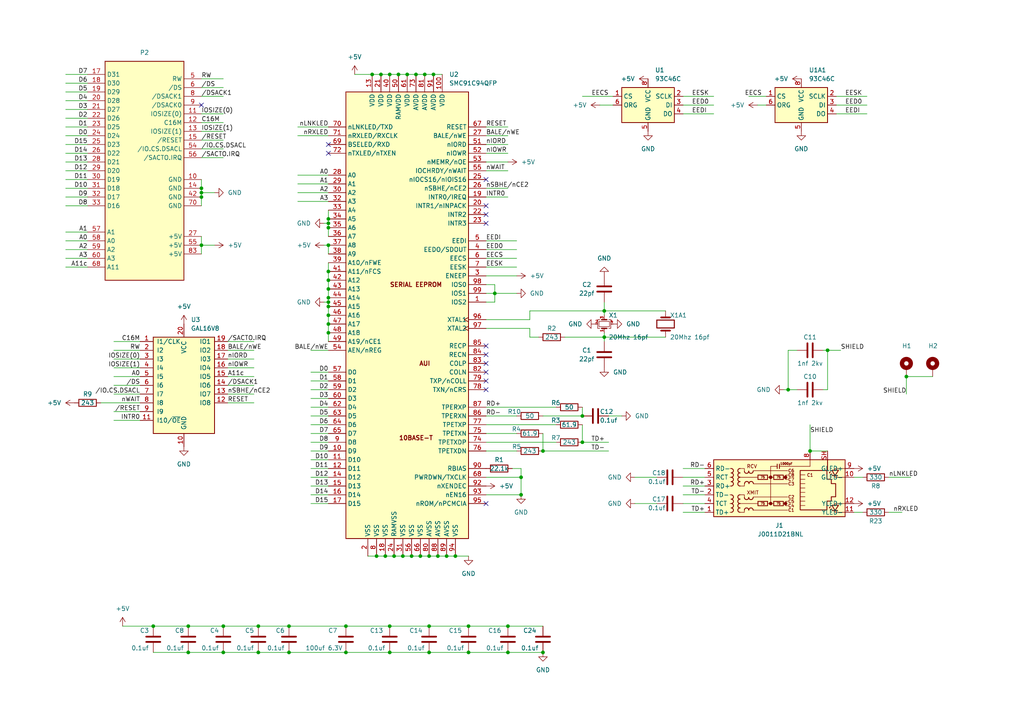
<source format=kicad_sch>
(kicad_sch (version 20231120) (generator "eeschema") (generator_version "8.0")
  (paper "A4")
  (lib_symbols
    (symbol "Device:C" (pin_numbers hide) (pin_names (offset 0.254))
      (property "Reference" "C" (at 0.635 2.54 0))
      (property "Value" "C" (at 0.635 -2.54 0))
      (symbol "C_1_1"
        (pin passive line (at 0 3.81 270) (length 2.794) (name "~") (number "1"))
        (pin passive line (at 0 -3.81 90) (length 2.794) (name "~") (number "2"))
      )
    )
    (symbol "Device:Crystal" (pin_numbers hide) (pin_names (offset 1.016) hide)
      (property "Reference" "Y" (at 0 3.81 0))
      (property "Value" "Crystal" (at 0 -3.81 0))
      (symbol "Crystal_1_1"
        (pin passive line (at -3.81 0 0) (length 1.27) (name "1") (number "1"))
        (pin passive line (at 3.81 0 180) (length 1.27) (name "2") (number "2"))
      )
    )
    (symbol "Device:Crystal_GND24_Small" (pin_names (offset 1.016) hide)
      (property "Reference" "Y" (at 1.27 4.445 0))
      (property "Value" "Crystal_GND24_Small" (at 1.27 2.54 0))
      (symbol "Crystal_GND24_Small_1_1"
        (pin passive line (at -2.54 0 0) (length 1.27) (name "1") (number "1"))
        (pin passive line (at 0 -2.54 90) (length 0.635) (name "2") (number "2"))
        (pin passive line (at 2.54 0 180) (length 1.27) (name "3") (number "3"))
        (pin passive line (at 0 2.54 270) (length 0.635) (name "4") (number "4"))
      )
    )
    (symbol "Device:R" (pin_numbers hide) (pin_names (offset 0))
      (property "Reference" "R" (at 2.032 0 90))
      (property "Value" "R" (at 0 0 90))
      (symbol "R_1_1"
        (pin passive line (at 0 3.81 270) (length 1.27) (name "~") (number "1"))
        (pin passive line (at 0 -3.81 90) (length 1.27) (name "~") (number "2"))
      )
    )
    (symbol "Logic_Programmable:GAL16V8" (pin_names (offset 1.016))
      (property "Reference" "U" (at -8.89 16.51 0))
      (property "Value" "GAL16V8" (at 1.27 16.51 0))
      (symbol "GAL16V8_0_0"
        (pin power_in line (at 0 -17.78 90) (length 3.81) (name "GND") (number "10"))
        (pin power_in line (at 0 17.78 270) (length 3.81) (name "VCC") (number "20"))
      )
      (symbol "GAL16V8_1_1"
        (pin input line (at -12.7 12.7 0) (length 3.81) (name "I1/CLK") (number "1"))
        (pin input line (at -12.7 -10.16 0) (length 3.81) (name "I10/~{OE}") (number "11"))
        (pin tri_state line (at 12.7 -5.08 180) (length 3.81) (name "IO8") (number "12"))
        (pin tri_state line (at 12.7 -2.54 180) (length 3.81) (name "IO7") (number "13"))
        (pin tri_state line (at 12.7 0 180) (length 3.81) (name "IO6") (number "14"))
        (pin tri_state line (at 12.7 2.54 180) (length 3.81) (name "IO5") (number "15"))
        (pin tri_state line (at 12.7 5.08 180) (length 3.81) (name "IO4") (number "16"))
        (pin tri_state line (at 12.7 7.62 180) (length 3.81) (name "I03") (number "17"))
        (pin tri_state line (at 12.7 10.16 180) (length 3.81) (name "IO2") (number "18"))
        (pin tri_state line (at 12.7 12.7 180) (length 3.81) (name "IO1") (number "19"))
        (pin input line (at -12.7 10.16 0) (length 3.81) (name "I2") (number "2"))
        (pin input line (at -12.7 7.62 0) (length 3.81) (name "I3") (number "3"))
        (pin input line (at -12.7 5.08 0) (length 3.81) (name "I4") (number "4"))
        (pin input line (at -12.7 2.54 0) (length 3.81) (name "I5") (number "5"))
        (pin input line (at -12.7 0 0) (length 3.81) (name "I6") (number "6"))
        (pin input line (at -12.7 -2.54 0) (length 3.81) (name "I7") (number "7"))
        (pin input line (at -12.7 -5.08 0) (length 3.81) (name "I8") (number "8"))
        (pin input line (at -12.7 -7.62 0) (length 3.81) (name "I9") (number "9"))
      )
    )
    (symbol "Mechanical:MountingHole_Pad" (pin_numbers hide) (pin_names (offset 1.016) hide)
      (property "Reference" "H" (at 0 6.35 0))
      (property "Value" "MountingHole_Pad" (at 0 4.445 0))
      (symbol "MountingHole_Pad_1_1"
        (pin input line (at 0 -2.54 90) (length 2.54) (name "1") (number "1"))
      )
    )
    (symbol "Memory_EEPROM:93CxxC"
      (property "Reference" "U" (at -7.62 6.35 0))
      (property "Value" "93CxxC" (at 2.54 -6.35 0))
      (symbol "93CxxC_1_1"
        (pin input line (at -10.16 2.54 0) (length 2.54) (name "CS") (number "1"))
        (pin input line (at 10.16 2.54 180) (length 2.54) (name "SCLK") (number "2"))
        (pin input line (at 10.16 0 180) (length 2.54) (name "DI") (number "3"))
        (pin tri_state line (at 10.16 -2.54 180) (length 2.54) (name "DO") (number "4"))
        (pin power_in line (at 0 -7.62 90) (length 2.54) (name "GND") (number "5"))
        (pin input line (at -10.16 0 0) (length 2.54) (name "ORG") (number "6"))
        (pin no_connect line (at -7.62 -2.54 0) (length 2.54) hide (name "NC") (number "7"))
        (pin power_in line (at 0 7.62 270) (length 2.54) (name "VCC") (number "8"))
      )
    )
    (symbol "alxlab:Farallon_EtherMac_LC_Comm_Card_BUS_Apple_Macintosh_Comm_Slot_I"
      (symbol "Farallon_EtherMac_LC_Comm_Card_BUS_Apple_Macintosh_Comm_Slot_I_1_1"
        (pin power_out line (at 16.51 -2.54 180) (length 5.08) (name "GND") (number "10"))
        (pin bidirectional line (at 16.51 16.51 180) (length 5.08) (name "IOSIZE(0)") (number "11"))
        (pin bidirectional line (at 16.51 13.97 180) (length 5.08) (name "C16M") (number "12"))
        (pin bidirectional line (at 16.51 11.43 180) (length 5.08) (name "IOSIZE(1)") (number "13"))
        (pin power_out line (at 16.51 -5.08 180) (length 5.08) (name "GND") (number "14"))
        (pin bidirectional line (at 16.51 8.89 180) (length 5.08) (name "/RESET") (number "15"))
        (pin bidirectional line (at -16.51 27.94 0) (length 5.08) (name "D31") (number "17"))
        (pin bidirectional line (at -16.51 25.4 0) (length 5.08) (name "D30") (number "18"))
        (pin bidirectional line (at -16.51 22.86 0) (length 5.08) (name "D29") (number "19"))
        (pin bidirectional line (at -16.51 20.32 0) (length 5.08) (name "D28") (number "20"))
        (pin bidirectional line (at -16.51 17.78 0) (length 5.08) (name "D27") (number "21"))
        (pin bidirectional line (at -16.51 15.24 0) (length 5.08) (name "D26") (number "22"))
        (pin bidirectional line (at -16.51 12.7 0) (length 5.08) (name "D25") (number "23"))
        (pin bidirectional line (at -16.51 10.16 0) (length 5.08) (name "D24") (number "24"))
        (pin bidirectional line (at -16.51 7.62 0) (length 5.08) (name "D23") (number "25"))
        (pin bidirectional line (at -16.51 5.08 0) (length 5.08) (name "D22") (number "26"))
        (pin power_in line (at 16.51 -19.05 180) (length 5.08) (name "+5V") (number "27"))
        (pin bidirectional line (at -16.51 2.54 0) (length 5.08) (name "D21") (number "28"))
        (pin bidirectional line (at -16.51 0 0) (length 5.08) (name "D20") (number "29"))
        (pin bidirectional line (at -16.51 -2.54 0) (length 5.08) (name "D19") (number "30"))
        (pin bidirectional line (at -16.51 -5.08 0) (length 5.08) (name "D18") (number "31"))
        (pin bidirectional line (at -16.51 -7.62 0) (length 5.08) (name "D17") (number "32"))
        (pin bidirectional line (at -16.51 -10.16 0) (length 5.08) (name "D16") (number "33"))
        (pin power_out line (at 16.51 -7.62 180) (length 5.08) (name "GND") (number "42"))
        (pin bidirectional line (at 16.51 26.67 180) (length 5.08) (name "RW") (number "5"))
        (pin bidirectional line (at 16.51 6.35 180) (length 5.08) (name "/IO.CS.DSACL") (number "54"))
        (pin power_out line (at 16.51 -21.59 180) (length 5.08) (name "+5V") (number "55"))
        (pin bidirectional line (at 16.51 3.81 180) (length 5.08) (name "/SACTO.IRQ") (number "56"))
        (pin bidirectional line (at -16.51 -17.78 0) (length 5.08) (name "A1") (number "57"))
        (pin bidirectional line (at -16.51 -20.32 0) (length 5.08) (name "A0") (number "58"))
        (pin bidirectional line (at -16.51 -22.86 0) (length 5.08) (name "A2") (number "59"))
        (pin bidirectional line (at 16.51 24.13 180) (length 5.08) (name "/DS") (number "6"))
        (pin bidirectional line (at -16.51 -25.4 0) (length 5.08) (name "A3") (number "60"))
        (pin bidirectional line (at -16.51 -27.94 0) (length 5.08) (name "A11") (number "68"))
        (pin power_out line (at 16.51 -10.16 180) (length 5.08) (name "GND") (number "70"))
        (pin bidirectional line (at 16.51 21.59 180) (length 5.08) (name "/DSACK1") (number "8"))
        (pin power_out line (at 16.51 -24.13 180) (length 5.08) (name "+5V") (number "83"))
        (pin bidirectional line (at 16.51 19.05 180) (length 5.08) (name "/DSACK0") (number "9"))
      )
    )
    (symbol "alxlab:RJ45_Pulse_J0011D21xNL"
      (property "Reference" "J" (at 17.145 8.89 0))
      (property "Value" "RJ45_Pulse_J0011D21xNL" (at -20.32 8.89 0))
      (symbol "RJ45_Pulse_J0011D21xNL_0_0"
        (text "C1" (at 3.429 5.715 0) (effects (font (size 0.889 0.889))))
        (text "C1" (at 8.89 -4.445 0) (effects (font (size 0.889 0.889))))
        (text "C2" (at 3.429 1.905 0) (effects (font (size 0.889 0.889))))
        (text "C3" (at 3.429 -1.905 0) (effects (font (size 0.889 0.889))))
        (text "C4" (at 3.429 4.445 0) (effects (font (size 0.889 0.889))))
        (text "C5" (at 3.429 3.175 0) (effects (font (size 0.889 0.889))))
        (text "C6" (at 3.429 -5.715 0) (effects (font (size 0.889 0.889))))
        (text "C7" (at 3.429 -3.175 0) (effects (font (size 0.889 0.889))))
        (text "C8" (at 3.429 -4.445 0) (effects (font (size 0.889 0.889))))
        (text "RCV" (at -9.525 -6.985 0) (effects (font (size 1.016 1.016)) (justify left)))
        (text "XMIT" (at -9.525 0.635 0) (effects (font (size 1.016 1.016)) (justify left)))
      )
      (symbol "RJ45_Pulse_J0011D21xNL_1_0"
        (text "1000pF" (at 2.032 -7.747 0) (effects (font (size 0.635 0.635))))
      )
      (symbol "RJ45_Pulse_J0011D21xNL_1_1"
        (text "75" (at -4.826 -3.81 0) (effects (font (size 0.635 0.635))))
        (text "75" (at -4.826 3.81 0) (effects (font (size 0.635 0.635))))
        (text "75" (at -0.254 -3.81 0) (effects (font (size 0.635 0.635))))
        (text "75" (at -0.254 3.81 0) (effects (font (size 0.635 0.635))))
        (pin passive line (at -21.59 6.35 0) (length 2.54) (name "TD+") (number "1"))
        (pin passive line (at 21.59 -3.81 180) (length 2.54) (name "GLED-") (number "10"))
        (pin passive line (at 21.59 6.35 180) (length 2.54) (name "YLED-") (number "11"))
        (pin passive line (at 21.59 3.81 180) (length 2.54) (name "YLED+") (number "12"))
        (pin passive line (at -21.59 1.27 0) (length 2.54) (name "TD-") (number "2"))
        (pin passive line (at -21.59 -1.27 0) (length 2.54) (name "RD+") (number "3"))
        (pin passive line (at -21.59 3.81 0) (length 2.54) (name "TCT") (number "4"))
        (pin passive line (at -21.59 -3.81 0) (length 2.54) (name "RCT") (number "5"))
        (pin passive line (at -21.59 -6.35 0) (length 2.54) (name "RD-") (number "6"))
        (pin no_connect line (at 19.05 -1.27 0) (length 0) hide (name "NC") (number "7"))
        (pin power_in line (at 8.89 -11.43 90) (length 2.54) (name "") (number "8"))
        (pin passive line (at 21.59 -6.35 180) (length 2.54) (name "GLED+") (number "9"))
        (pin passive line (at 13.97 -11.43 90) (length 2.54) (name "") (number "SH"))
      )
    )
    (symbol "alxlab:SMC91C94QFP"
      (property "Reference" "U" (at -17.78 64.77 0))
      (property "Value" "SMC91C94QFP" (at 12.7 64.77 0))
      (symbol "SMC91C94QFP_0_0"
        (text "10BASE-T" (at 2.54 -36.83 0) (effects (font (size 1.27 1.27) (bold yes))))
        (text "AUI" (at 5.08 -15.24 0) (effects (font (size 1.27 1.27) (bold yes))))
        (text "SERIAL EEPROM" (at 2.54 7.62 0) (effects (font (size 1.27 1.27) (bold yes))))
      )
      (symbol "SMC91C94QFP_1_1"
        (pin input line (at 22.86 2.54 180) (length 5.08) (name "IOS2") (number "1"))
        (pin bidirectional line (at -22.86 -40.64 0) (length 5.08) (name "D9") (number "10"))
        (pin power_in line (at 10.16 68.58 270) (length 5.08) (name "VDD") (number "100"))
        (pin bidirectional line (at -22.86 -43.18 0) (length 5.08) (name "D10") (number "11"))
        (pin bidirectional line (at -22.86 -45.72 0) (length 5.08) (name "D11") (number "12"))
        (pin power_in line (at -10.16 68.58 270) (length 5.08) (name "VDD") (number "13"))
        (pin bidirectional line (at -22.86 -48.26 0) (length 5.08) (name "D12") (number "14"))
        (pin bidirectional line (at -22.86 -50.8 0) (length 5.08) (name "D13") (number "15"))
        (pin bidirectional line (at -22.86 -53.34 0) (length 5.08) (name "D14") (number "16"))
        (pin bidirectional line (at -22.86 -55.88 0) (length 5.08) (name "D15") (number "17"))
        (pin power_in line (at -6.35 -71.12 90) (length 5.08) (name "VSS") (number "18"))
        (pin output line (at 22.86 33.02 180) (length 5.08) (name "INTR0/IREQ") (number "19"))
        (pin power_in line (at -11.43 -71.12 90) (length 5.08) (name "VSS") (number "2"))
        (pin output line (at 22.86 30.48 180) (length 5.08) (name "INTR1/nINPACK") (number "20"))
        (pin power_in line (at -7.62 68.58 270) (length 5.08) (name "VDD") (number "21"))
        (pin output line (at 22.86 27.94 180) (length 5.08) (name "INTR2") (number "22"))
        (pin output line (at 22.86 25.4 180) (length 5.08) (name "INTR3") (number "23"))
        (pin power_in line (at -3.81 -71.12 90) (length 5.08) (name "RAMVSS") (number "24"))
        (pin output line (at 22.86 38.1 180) (length 5.08) (name "nIOCS16/nIOIS16") (number "25"))
        (pin input line (at 22.86 35.56 180) (length 5.08) (name "nSBHE/nCE2") (number "26"))
        (pin input line (at 22.86 50.8 180) (length 5.08) (name "BALE/nWE") (number "27"))
        (pin input line (at -22.86 39.37 0) (length 5.08) (name "A0") (number "28"))
        (pin input line (at -22.86 36.83 0) (length 5.08) (name "A1") (number "29"))
        (pin input line (at 22.86 10.16 180) (length 5.08) (name "ENEEP") (number "3"))
        (pin input line (at -22.86 34.29 0) (length 5.08) (name "A2") (number "30"))
        (pin power_in line (at -1.27 -71.12 90) (length 5.08) (name "VSS") (number "31"))
        (pin input line (at -22.86 31.75 0) (length 5.08) (name "A3") (number "32"))
        (pin input line (at -22.86 29.21 0) (length 5.08) (name "A4") (number "33"))
        (pin input line (at -22.86 26.67 0) (length 5.08) (name "A5") (number "34"))
        (pin input line (at -22.86 24.13 0) (length 5.08) (name "A6") (number "35"))
        (pin input line (at -22.86 21.59 0) (length 5.08) (name "A7") (number "36"))
        (pin input line (at -22.86 19.05 0) (length 5.08) (name "A8") (number "37"))
        (pin input line (at -22.86 16.51 0) (length 5.08) (name "A9") (number "38"))
        (pin bidirectional line (at -22.86 13.97 0) (length 5.08) (name "A10/nFWE") (number "39"))
        (pin output line (at 22.86 17.78 180) (length 5.08) (name "EEDO/SDOUT") (number "4"))
        (pin power_in line (at -5.08 68.58 270) (length 5.08) (name "VDD") (number "40"))
        (pin bidirectional line (at -22.86 11.43 0) (length 5.08) (name "A11/nFCS") (number "41"))
        (pin input line (at -22.86 8.89 0) (length 5.08) (name "A12") (number "42"))
        (pin input line (at -22.86 6.35 0) (length 5.08) (name "A13") (number "43"))
        (pin input line (at -22.86 3.81 0) (length 5.08) (name "A14") (number "44"))
        (pin input line (at -22.86 1.27 0) (length 5.08) (name "A15") (number "45"))
        (pin input line (at -22.86 -1.27 0) (length 5.08) (name "A16") (number "46"))
        (pin input line (at -22.86 -3.81 0) (length 5.08) (name "A17") (number "47"))
        (pin input line (at -22.86 -6.35 0) (length 5.08) (name "A18") (number "48"))
        (pin input line (at -22.86 -8.89 0) (length 5.08) (name "A19/nCE1") (number "49"))
        (pin input line (at 22.86 20.32 180) (length 5.08) (name "EEDI") (number "5"))
        (pin power_in line (at -2.54 68.58 270) (length 5.08) (name "RAMVDD") (number "50"))
        (pin input line (at 22.86 48.26 180) (length 5.08) (name "nIORD") (number "51"))
        (pin input line (at 22.86 45.72 180) (length 5.08) (name "nIOWR") (number "52"))
        (pin input line (at 22.86 43.18 180) (length 5.08) (name "nMEMR/nOE") (number "53"))
        (pin input line (at -22.86 -11.43 0) (length 5.08) (name "AEN/nREG") (number "54"))
        (pin output line (at 22.86 40.64 180) (length 5.08) (name "IOCHRDY/nWAIT") (number "55"))
        (pin power_in line (at 1.27 -71.12 90) (length 5.08) (name "VSS") (number "56"))
        (pin bidirectional line (at -22.86 -17.78 0) (length 5.08) (name "D0") (number "57"))
        (pin bidirectional line (at -22.86 -20.32 0) (length 5.08) (name "D1") (number "58"))
        (pin bidirectional line (at -22.86 -22.86 0) (length 5.08) (name "D2") (number "59"))
        (pin output line (at 22.86 15.24 180) (length 5.08) (name "EECS") (number "6"))
        (pin bidirectional line (at -22.86 -25.4 0) (length 5.08) (name "D3") (number "60"))
        (pin power_in line (at 0 68.58 270) (length 5.08) (name "VDD") (number "61"))
        (pin bidirectional line (at -22.86 -27.94 0) (length 5.08) (name "D4") (number "62"))
        (pin bidirectional line (at -22.86 -30.48 0) (length 5.08) (name "D5") (number "63"))
        (pin bidirectional line (at -22.86 -33.02 0) (length 5.08) (name "D6") (number "64"))
        (pin bidirectional line (at -22.86 -35.56 0) (length 5.08) (name "D7") (number "65"))
        (pin power_in line (at 3.81 -71.12 90) (length 5.08) (name "VSS") (number "66"))
        (pin input line (at 22.86 53.34 180) (length 5.08) (name "RESET") (number "67"))
        (pin input line (at 22.86 -48.26 180) (length 5.08) (name "PWRDWN/TXCLK") (number "68"))
        (pin bidirectional line (at -22.86 48.26 0) (length 5.08) (name "BSELED/RXD") (number "69"))
        (pin output line (at 22.86 12.7 180) (length 5.08) (name "EESK") (number "7"))
        (pin output line (at -22.86 53.34 0) (length 5.08) (name "nLNKLED/TXD") (number "70"))
        (pin bidirectional line (at -22.86 50.8 0) (length 5.08) (name "nRXLED/RXCLK") (number "71"))
        (pin output line (at -22.86 45.72 0) (length 5.08) (name "nTXLED/nTXEN") (number "72"))
        (pin power_in line (at 2.54 68.58 270) (length 5.08) (name "AVDD") (number "73"))
        (pin output line (at 22.86 -38.1 180) (length 5.08) (name "TPETXDP") (number "74"))
        (pin output line (at 22.86 -35.56 180) (length 5.08) (name "TPETXN") (number "75"))
        (pin output line (at 22.86 -40.64 180) (length 5.08) (name "TPETXDN") (number "76"))
        (pin output line (at 22.86 -33.02 180) (length 5.08) (name "TPETXP") (number "77"))
        (pin bidirectional line (at 22.86 -22.86 180) (length 5.08) (name "TXN/nCRS") (number "78"))
        (pin bidirectional line (at 22.86 -20.32 180) (length 5.08) (name "TXP/nCOLL") (number "79"))
        (pin power_in line (at -8.89 -71.12 90) (length 5.08) (name "VSS") (number "8"))
        (pin power_in line (at 6.35 -71.12 90) (length 5.08) (name "AVSS") (number "80"))
        (pin power_in line (at 5.08 68.58 270) (length 5.08) (name "AVDD") (number "81"))
        (pin input line (at 22.86 -17.78 180) (length 5.08) (name "COLN") (number "82"))
        (pin input line (at 22.86 -15.24 180) (length 5.08) (name "COLP") (number "83"))
        (pin input line (at 22.86 -12.7 180) (length 5.08) (name "RECN") (number "84"))
        (pin input line (at 22.86 -10.16 180) (length 5.08) (name "RECP") (number "85"))
        (pin input line (at 22.86 -30.48 180) (length 5.08) (name "TPERXN") (number "86"))
        (pin input line (at 22.86 -27.94 180) (length 5.08) (name "TPERXP") (number "87"))
        (pin bidirectional line (at 8.89 -71.12 90) (length 5.08) (name "AVSS") (number "88"))
        (pin power_in line (at 11.43 -71.12 90) (length 5.08) (name "AVSS") (number "89"))
        (pin bidirectional line (at -22.86 -38.1 0) (length 5.08) (name "D8") (number "9"))
        (pin power_in line (at 22.86 -45.72 180) (length 5.08) (name "RBIAS") (number "90"))
        (pin power_in line (at 7.62 68.58 270) (length 5.08) (name "AVDD") (number "91"))
        (pin input line (at 22.86 -50.8 180) (length 5.08) (name "nXENDEC") (number "92"))
        (pin input line (at 22.86 -53.34 180) (length 5.08) (name "nEN16") (number "93"))
        (pin power_in line (at 13.97 -71.12 90) (length 5.08) (name "VSS") (number "94"))
        (pin bidirectional line (at 22.86 -55.88 180) (length 5.08) (name "nROM/nPCMCIA") (number "95"))
        (pin input clock (at 22.86 -2.54 180) (length 5.08) (name "XTAL1") (number "96"))
        (pin input clock (at 22.86 -5.08 180) (length 5.08) (name "XTAL2") (number "97"))
        (pin input line (at 22.86 7.62 180) (length 5.08) (name "IOS0") (number "98"))
        (pin input line (at 22.86 5.08 180) (length 5.08) (name "IOS1") (number "99"))
      )
    )
    (symbol "power:+5V" (power) (pin_names (offset 0))
      (property "Value" "+5V" (at 0 3.556 0))
      (symbol "+5V_1_1"
        (pin power_in line (at 0 0 90) (length 0) hide (name "+5V") (number "1"))
      )
    )
    (symbol "power:GND" (power) (pin_names (offset 0))
      (property "Value" "GND" (at 0 -3.81 0))
      (symbol "GND_1_1"
        (pin power_in line (at 0 0 270) (length 0) hide (name "GND") (number "1"))
      )
    )
  )
  (junction (at 132.08 161.29))
  (junction (at 95.25 71.12))
  (junction (at 157.48 130.81))
  (junction (at 95.25 78.74))
  (junction (at 129.54 161.29))
  (junction (at 135.89 181.61))
  (junction (at 95.25 66.04))
  (junction (at 95.25 86.36))
  (junction (at 111.76 161.29))
  (junction (at 107.95 21.59))
  (junction (at 44.45 181.61))
  (junction (at 54.61 189.23))
  (junction (at 127 161.29))
  (junction (at 124.46 189.23))
  (junction (at 115.57 21.59))
  (junction (at 262.89 109.22))
  (junction (at 147.32 181.61))
  (junction (at 135.89 189.23))
  (junction (at 234.95 130.81))
  (junction (at 116.84 161.29))
  (junction (at 175.26 97.79))
  (junction (at 83.82 181.61))
  (junction (at 95.25 64.77))
  (junction (at 168.91 120.65))
  (junction (at 118.11 21.59))
  (junction (at 109.22 161.29))
  (junction (at 58.42 55.88))
  (junction (at 175.26 90.17))
  (junction (at 114.3 161.29))
  (junction (at 95.25 96.52))
  (junction (at 95.25 87.63))
  (junction (at 58.42 57.15))
  (junction (at 110.49 21.59))
  (junction (at 100.33 181.61))
  (junction (at 58.42 54.61))
  (junction (at 64.77 189.23))
  (junction (at 151.13 138.43))
  (junction (at 124.46 181.61))
  (junction (at 95.25 91.44))
  (junction (at 125.73 21.59))
  (junction (at 120.65 21.59))
  (junction (at 95.25 83.82))
  (junction (at 95.25 81.28))
  (junction (at 228.6 113.03))
  (junction (at 143.51 85.09))
  (junction (at 95.25 93.98))
  (junction (at 64.77 181.61))
  (junction (at 113.03 21.59))
  (junction (at 83.82 189.23))
  (junction (at 100.33 189.23))
  (junction (at 95.25 63.5))
  (junction (at 74.93 189.23))
  (junction (at 240.03 101.6))
  (junction (at 95.25 88.9))
  (junction (at 157.48 189.23))
  (junction (at 54.61 181.61))
  (junction (at 74.93 181.61))
  (junction (at 119.38 161.29))
  (junction (at 123.19 21.59))
  (junction (at 124.46 161.29))
  (junction (at 151.13 143.51))
  (junction (at 113.03 181.61))
  (junction (at 113.03 189.23))
  (junction (at 121.92 161.29))
  (junction (at 58.42 71.12))
  (junction (at 147.32 189.23))
  (junction (at 168.91 128.27))
  (no_connect (at 95.25 44.45))
  (no_connect (at 140.97 100.33))
  (no_connect (at 140.97 110.49))
  (no_connect (at 140.97 102.87))
  (no_connect (at 140.97 59.69))
  (no_connect (at 140.97 113.03))
  (no_connect (at 140.97 105.41))
  (no_connect (at 58.42 30.48))
  (no_connect (at 95.25 41.91))
  (no_connect (at 140.97 64.77))
  (no_connect (at 140.97 107.95))
  (no_connect (at 140.97 146.05))
  (no_connect (at 140.97 62.23))
  (no_connect (at 140.97 52.07))
  (wire (pts (xy 115.57 21.59) (xy 118.11 21.59)))
  (wire (pts (xy 143.51 85.09) (xy 140.97 85.09)))
  (wire (pts (xy 156.21 97.79) (xy 153.67 97.79)))
  (wire (pts (xy 19.05 36.83) (xy 25.4 36.83)))
  (wire (pts (xy 153.67 97.79) (xy 153.67 95.25)))
  (wire (pts (xy 40.64 116.84) (xy 29.21 116.84)))
  (wire (pts (xy 86.36 55.88) (xy 95.25 55.88)))
  (wire (pts (xy 95.25 87.63) (xy 95.25 88.9)))
  (wire (pts (xy 100.33 181.61) (xy 113.03 181.61)))
  (wire (pts (xy 198.12 33.02) (xy 207.01 33.02)))
  (wire (pts (xy 153.67 92.71) (xy 140.97 92.71)))
  (wire (pts (xy 198.12 30.48) (xy 207.01 30.48)))
  (wire (pts (xy 95.25 66.04) (xy 95.25 68.58)))
  (wire (pts (xy 44.45 181.61) (xy 54.61 181.61)))
  (wire (pts (xy 95.25 86.36) (xy 95.25 87.63)))
  (wire (pts (xy 140.97 87.63) (xy 143.51 87.63)))
  (wire (pts (xy 86.36 53.34) (xy 95.25 53.34)))
  (wire (pts (xy 90.17 133.35) (xy 95.25 133.35)))
  (wire (pts (xy 124.46 161.29) (xy 127 161.29)))
  (wire (pts (xy 58.42 55.88) (xy 62.23 55.88)))
  (wire (pts (xy 95.25 73.66) (xy 95.25 71.12)))
  (wire (pts (xy 198.12 143.51) (xy 204.47 143.51)))
  (wire (pts (xy 19.05 69.85) (xy 25.4 69.85)))
  (wire (pts (xy 157.48 125.73) (xy 157.48 130.81)))
  (wire (pts (xy 35.56 181.61) (xy 44.45 181.61)))
  (wire (pts (xy 228.6 113.03) (xy 228.6 101.6)))
  (wire (pts (xy 90.17 138.43) (xy 95.25 138.43)))
  (wire (pts (xy 58.42 33.02) (xy 64.77 33.02)))
  (wire (pts (xy 95.25 88.9) (xy 95.25 91.44)))
  (wire (pts (xy 33.02 101.6) (xy 40.64 101.6)))
  (wire (pts (xy 66.04 114.3) (xy 73.66 114.3)))
  (wire (pts (xy 153.67 95.25) (xy 140.97 95.25)))
  (wire (pts (xy 113.03 181.61) (xy 124.46 181.61)))
  (wire (pts (xy 114.3 161.29) (xy 116.84 161.29)))
  (wire (pts (xy 66.04 106.68) (xy 73.66 106.68)))
  (wire (pts (xy 66.04 109.22) (xy 73.66 109.22)))
  (wire (pts (xy 58.42 71.12) (xy 62.23 71.12)))
  (wire (pts (xy 140.97 123.19) (xy 161.29 123.19)))
  (wire (pts (xy 113.03 21.59) (xy 115.57 21.59)))
  (wire (pts (xy 86.36 39.37) (xy 95.25 39.37)))
  (wire (pts (xy 64.77 27.94) (xy 58.42 27.94)))
  (wire (pts (xy 240.03 101.6) (xy 238.76 101.6)))
  (wire (pts (xy 111.76 161.29) (xy 114.3 161.29)))
  (wire (pts (xy 33.02 106.68) (xy 40.64 106.68)))
  (wire (pts (xy 132.08 161.29) (xy 135.89 161.29)))
  (wire (pts (xy 140.97 82.55) (xy 143.51 82.55)))
  (wire (pts (xy 175.26 97.79) (xy 193.04 97.79)))
  (wire (pts (xy 140.97 77.47) (xy 149.86 77.47)))
  (wire (pts (xy 140.97 80.01) (xy 149.86 80.01)))
  (wire (pts (xy 140.97 36.83) (xy 147.32 36.83)))
  (wire (pts (xy 58.42 54.61) (xy 58.42 55.88)))
  (wire (pts (xy 19.05 67.31) (xy 25.4 67.31)))
  (wire (pts (xy 58.42 22.86) (xy 64.77 22.86)))
  (wire (pts (xy 163.83 97.79) (xy 175.26 97.79)))
  (wire (pts (xy 228.6 113.03) (xy 231.14 113.03)))
  (wire (pts (xy 86.36 36.83) (xy 95.25 36.83)))
  (wire (pts (xy 257.81 138.43) (xy 264.16 138.43)))
  (wire (pts (xy 168.91 120.65) (xy 168.91 118.11)))
  (wire (pts (xy 33.02 119.38) (xy 40.64 119.38)))
  (wire (pts (xy 58.42 57.15) (xy 58.42 59.69)))
  (wire (pts (xy 140.97 72.39) (xy 149.86 72.39)))
  (wire (pts (xy 140.97 143.51) (xy 151.13 143.51)))
  (wire (pts (xy 107.95 21.59) (xy 110.49 21.59)))
  (wire (pts (xy 124.46 181.61) (xy 135.89 181.61)))
  (wire (pts (xy 44.45 189.23) (xy 54.61 189.23)))
  (wire (pts (xy 19.05 39.37) (xy 25.4 39.37)))
  (wire (pts (xy 147.32 189.23) (xy 157.48 189.23)))
  (wire (pts (xy 33.02 111.76) (xy 40.64 111.76)))
  (wire (pts (xy 106.68 161.29) (xy 109.22 161.29)))
  (wire (pts (xy 58.42 52.07) (xy 58.42 54.61)))
  (wire (pts (xy 173.99 30.48) (xy 177.8 30.48)))
  (wire (pts (xy 90.17 146.05) (xy 95.25 146.05)))
  (wire (pts (xy 143.51 87.63) (xy 143.51 85.09)))
  (wire (pts (xy 240.03 113.03) (xy 238.76 113.03)))
  (wire (pts (xy 190.5 138.43) (xy 184.15 138.43)))
  (wire (pts (xy 33.02 99.06) (xy 40.64 99.06)))
  (wire (pts (xy 240.03 101.6) (xy 243.84 101.6)))
  (wire (pts (xy 19.05 21.59) (xy 25.4 21.59)))
  (wire (pts (xy 58.42 45.72) (xy 64.77 45.72)))
  (wire (pts (xy 19.05 74.93) (xy 25.4 74.93)))
  (wire (pts (xy 140.97 138.43) (xy 151.13 138.43)))
  (wire (pts (xy 175.26 96.52) (xy 175.26 97.79)))
  (wire (pts (xy 90.17 130.81) (xy 95.25 130.81)))
  (wire (pts (xy 90.17 115.57) (xy 95.25 115.57)))
  (wire (pts (xy 90.17 101.6) (xy 95.25 101.6)))
  (wire (pts (xy 33.02 104.14) (xy 40.64 104.14)))
  (wire (pts (xy 219.71 30.48) (xy 222.25 30.48)))
  (wire (pts (xy 66.04 101.6) (xy 73.66 101.6)))
  (wire (pts (xy 140.97 54.61) (xy 147.32 54.61)))
  (wire (pts (xy 90.17 120.65) (xy 95.25 120.65)))
  (wire (pts (xy 140.97 39.37) (xy 147.32 39.37)))
  (wire (pts (xy 140.97 57.15) (xy 147.32 57.15)))
  (wire (pts (xy 140.97 118.11) (xy 161.29 118.11)))
  (wire (pts (xy 95.25 63.5) (xy 95.25 64.77)))
  (wire (pts (xy 58.42 25.4) (xy 64.77 25.4)))
  (wire (pts (xy 102.87 21.59) (xy 107.95 21.59)))
  (wire (pts (xy 95.25 76.2) (xy 95.25 78.74)))
  (wire (pts (xy 135.89 189.23) (xy 147.32 189.23)))
  (wire (pts (xy 262.89 109.22) (xy 262.89 114.3)))
  (wire (pts (xy 262.89 109.22) (xy 270.51 109.22)))
  (wire (pts (xy 118.11 21.59) (xy 120.65 21.59)))
  (wire (pts (xy 157.48 120.65) (xy 168.91 120.65)))
  (wire (pts (xy 95.25 83.82) (xy 95.25 86.36)))
  (wire (pts (xy 261.62 148.59) (xy 257.81 148.59)))
  (wire (pts (xy 240.03 113.03) (xy 240.03 101.6)))
  (wire (pts (xy 140.97 69.85) (xy 149.86 69.85)))
  (wire (pts (xy 140.97 128.27) (xy 161.29 128.27)))
  (wire (pts (xy 242.57 27.94) (xy 251.46 27.94)))
  (wire (pts (xy 168.91 27.94) (xy 177.8 27.94)))
  (wire (pts (xy 33.02 114.3) (xy 40.64 114.3)))
  (wire (pts (xy 33.02 109.22) (xy 40.64 109.22)))
  (wire (pts (xy 58.42 38.1) (xy 64.77 38.1)))
  (wire (pts (xy 19.05 57.15) (xy 25.4 57.15)))
  (wire (pts (xy 227.33 113.03) (xy 228.6 113.03)))
  (wire (pts (xy 54.61 189.23) (xy 64.77 189.23)))
  (wire (pts (xy 74.93 189.23) (xy 83.82 189.23)))
  (wire (pts (xy 140.97 49.53) (xy 147.32 49.53)))
  (wire (pts (xy 124.46 189.23) (xy 135.89 189.23)))
  (wire (pts (xy 135.89 181.61) (xy 147.32 181.61)))
  (wire (pts (xy 90.17 107.95) (xy 95.25 107.95)))
  (wire (pts (xy 198.12 27.94) (xy 207.01 27.94)))
  (wire (pts (xy 120.65 21.59) (xy 123.19 21.59)))
  (wire (pts (xy 190.5 146.05) (xy 184.15 146.05)))
  (wire (pts (xy 19.05 31.75) (xy 25.4 31.75)))
  (wire (pts (xy 90.17 123.19) (xy 95.25 123.19)))
  (wire (pts (xy 19.05 26.67) (xy 25.4 26.67)))
  (wire (pts (xy 157.48 130.81) (xy 176.53 130.81)))
  (wire (pts (xy 198.12 146.05) (xy 204.47 146.05)))
  (wire (pts (xy 95.25 81.28) (xy 95.25 83.82)))
  (wire (pts (xy 86.36 58.42) (xy 95.25 58.42)))
  (wire (pts (xy 127 161.29) (xy 129.54 161.29)))
  (wire (pts (xy 175.26 87.63) (xy 175.26 90.17)))
  (wire (pts (xy 19.05 72.39) (xy 25.4 72.39)))
  (wire (pts (xy 153.67 92.71) (xy 153.67 90.17)))
  (wire (pts (xy 64.77 189.23) (xy 74.93 189.23)))
  (wire (pts (xy 19.05 54.61) (xy 25.4 54.61)))
  (wire (pts (xy 153.67 90.17) (xy 175.26 90.17)))
  (wire (pts (xy 58.42 71.12) (xy 58.42 73.66)))
  (wire (pts (xy 95.25 96.52) (xy 95.25 99.06)))
  (wire (pts (xy 250.19 148.59) (xy 247.65 148.59)))
  (wire (pts (xy 19.05 59.69) (xy 25.4 59.69)))
  (wire (pts (xy 123.19 21.59) (xy 125.73 21.59)))
  (wire (pts (xy 121.92 161.29) (xy 124.46 161.29)))
  (wire (pts (xy 90.17 135.89) (xy 95.25 135.89)))
  (wire (pts (xy 168.91 123.19) (xy 168.91 128.27)))
  (wire (pts (xy 175.26 90.17) (xy 193.04 90.17)))
  (wire (pts (xy 110.49 21.59) (xy 113.03 21.59)))
  (wire (pts (xy 140.97 74.93) (xy 149.86 74.93)))
  (wire (pts (xy 100.33 189.23) (xy 113.03 189.23)))
  (wire (pts (xy 143.51 82.55) (xy 143.51 85.09)))
  (wire (pts (xy 234.95 123.19) (xy 234.95 130.81)))
  (wire (pts (xy 19.05 44.45) (xy 25.4 44.45)))
  (wire (pts (xy 95.25 64.77) (xy 95.25 66.04)))
  (wire (pts (xy 168.91 128.27) (xy 176.53 128.27)))
  (wire (pts (xy 19.05 46.99) (xy 25.4 46.99)))
  (wire (pts (xy 58.42 68.58) (xy 58.42 71.12)))
  (wire (pts (xy 19.05 29.21) (xy 25.4 29.21)))
  (wire (pts (xy 19.05 24.13) (xy 25.4 24.13)))
  (wire (pts (xy 242.57 33.02) (xy 251.46 33.02)))
  (wire (pts (xy 19.05 49.53) (xy 25.4 49.53)))
  (wire (pts (xy 93.98 87.63) (xy 95.25 87.63)))
  (wire (pts (xy 83.82 189.23) (xy 100.33 189.23)))
  (wire (pts (xy 119.38 161.29) (xy 121.92 161.29)))
  (wire (pts (xy 247.65 138.43) (xy 250.19 138.43)))
  (wire (pts (xy 19.05 34.29) (xy 25.4 34.29)))
  (wire (pts (xy 151.13 135.89) (xy 148.59 135.89)))
  (wire (pts (xy 217.17 27.94) (xy 222.25 27.94)))
  (wire (pts (xy 95.25 78.74) (xy 95.25 81.28)))
  (wire (pts (xy 90.17 110.49) (xy 95.25 110.49)))
  (wire (pts (xy 175.26 90.17) (xy 175.26 91.44)))
  (wire (pts (xy 95.25 91.44) (xy 95.25 93.98)))
  (wire (pts (xy 140.97 44.45) (xy 147.32 44.45)))
  (wire (pts (xy 198.12 135.89) (xy 204.47 135.89)))
  (wire (pts (xy 151.13 135.89) (xy 151.13 138.43)))
  (wire (pts (xy 198.12 148.59) (xy 204.47 148.59)))
  (wire (pts (xy 140.97 125.73) (xy 149.86 125.73)))
  (wire (pts (xy 140.97 130.81) (xy 149.86 130.81)))
  (wire (pts (xy 58.42 43.18) (xy 64.77 43.18)))
  (wire (pts (xy 116.84 161.29) (xy 119.38 161.29)))
  (wire (pts (xy 143.51 85.09) (xy 149.86 85.09)))
  (wire (pts (xy 58.42 40.64) (xy 64.77 40.64)))
  (wire (pts (xy 74.93 181.61) (xy 83.82 181.61)))
  (wire (pts (xy 95.25 93.98) (xy 95.25 96.52)))
  (wire (pts (xy 66.04 116.84) (xy 73.66 116.84)))
  (wire (pts (xy 147.32 46.99) (xy 140.97 46.99)))
  (wire (pts (xy 240.03 130.81) (xy 234.95 130.81)))
  (wire (pts (xy 90.17 125.73) (xy 95.25 125.73)))
  (wire (pts (xy 151.13 138.43) (xy 151.13 143.51)))
  (wire (pts (xy 198.12 140.97) (xy 204.47 140.97)))
  (wire (pts (xy 175.26 97.79) (xy 175.26 99.06)))
  (wire (pts (xy 66.04 111.76) (xy 73.66 111.76)))
  (wire (pts (xy 125.73 21.59) (xy 128.27 21.59)))
  (wire (pts (xy 176.53 120.65) (xy 180.34 120.65)))
  (wire (pts (xy 86.36 50.8) (xy 95.25 50.8)))
  (wire (pts (xy 129.54 161.29) (xy 132.08 161.29)))
  (wire (pts (xy 147.32 181.61) (xy 157.48 181.61)))
  (wire (pts (xy 66.04 99.06) (xy 73.66 99.06)))
  (wire (pts (xy 19.05 77.47) (xy 25.4 77.47)))
  (wire (pts (xy 90.17 113.03) (xy 95.25 113.03)))
  (wire (pts (xy 64.77 181.61) (xy 74.93 181.61)))
  (wire (pts (xy 228.6 101.6) (xy 231.14 101.6)))
  (wire (pts (xy 33.02 121.92) (xy 40.64 121.92)))
  (wire (pts (xy 54.61 181.61) (xy 64.77 181.61)))
  (wire (pts (xy 140.97 120.65) (xy 149.86 120.65)))
  (wire (pts (xy 90.17 118.11) (xy 95.25 118.11)))
  (wire (pts (xy 140.97 41.91) (xy 147.32 41.91)))
  (wire (pts (xy 58.42 55.88) (xy 58.42 57.15)))
  (wire (pts (xy 93.98 71.12) (xy 95.25 71.12)))
  (wire (pts (xy 90.17 140.97) (xy 95.25 140.97)))
  (wire (pts (xy 19.05 52.07) (xy 25.4 52.07)))
  (wire (pts (xy 66.04 104.14) (xy 73.66 104.14)))
  (wire (pts (xy 113.03 189.23) (xy 124.46 189.23)))
  (wire (pts (xy 19.05 41.91) (xy 25.4 41.91)))
  (wire (pts (xy 95.25 60.96) (xy 95.25 63.5)))
  (wire (pts (xy 109.22 161.29) (xy 111.76 161.29)))
  (wire (pts (xy 242.57 30.48) (xy 251.46 30.48)))
  (wire (pts (xy 83.82 181.61) (xy 100.33 181.61)))
  (wire (pts (xy 90.17 128.27) (xy 95.25 128.27)))
  (wire (pts (xy 93.98 64.77) (xy 95.25 64.77)))
  (wire (pts (xy 90.17 143.51) (xy 95.25 143.51)))
  (wire (pts (xy 198.12 138.43) (xy 204.47 138.43)))
  (wire (pts (xy 58.42 35.56) (xy 64.77 35.56)))
  (label "EESK" (at 140.97 77.47 0))
  (label "A11c" (at 66.04 109.22 0))
  (label "D10" (at 95.25 133.35 180))
  (label "D14" (at 95.25 143.51 180))
  (label "TD-" (at 171.45 130.81 0))
  (label "EED0" (at 200.66 30.48 0))
  (label "EECS" (at 140.97 74.93 0))
  (label "nWAIT" (at 140.97 49.53 0))
  (label "SHIELD" (at 243.84 101.6 0))
  (label "INTR0" (at 140.97 57.15 0))
  (label "D5" (at 95.25 120.65 180))
  (label "EEDI" (at 245.11 33.02 0))
  (label "RW" (at 40.64 101.6 180))
  (label "SHIELD" (at 262.89 114.3 180))
  (label "A1" (at 95.25 53.34 180))
  (label "EEDI" (at 140.97 69.85 0))
  (label "EESK" (at 200.66 27.94 0))
  (label "{slash}IO.CS.DSACL" (at 40.64 114.3 180))
  (label "nSBHE{slash}nCE2" (at 140.97 54.61 0))
  (label "D2" (at 95.25 113.03 180))
  (label "D7" (at 95.25 125.73 180))
  (label "BALE{slash}nWE" (at 66.04 101.6 0))
  (label "nLNKLED" (at 257.81 138.43 0))
  (label "RD-" (at 140.97 120.65 0))
  (label "SHIELD" (at 234.95 125.73 0))
  (label "D12" (at 95.25 138.43 180))
  (label "A11c" (at 25.4 77.47 180))
  (label "D0" (at 25.4 39.37 180))
  (label "IOSIZE(0)" (at 58.42 33.02 0))
  (label "D3" (at 25.4 31.75 180))
  (label "{slash}RESET" (at 58.42 40.64 0))
  (label "{slash}SACTO.IRQ" (at 58.42 45.72 0))
  (label "EED0" (at 245.11 30.48 0))
  (label "RD+" (at 204.47 140.97 180))
  (label "EEDI" (at 200.66 33.02 0))
  (label "BALE{slash}nWE" (at 140.97 39.37 0))
  (label "RESET" (at 66.04 116.84 0))
  (label "INTR0" (at 40.64 121.92 180))
  (label "IOSIZE(1)" (at 58.42 38.1 0))
  (label "A0" (at 95.25 50.8 180))
  (label "{slash}DS" (at 58.42 25.4 0))
  (label "A2" (at 95.25 55.88 180))
  (label "{slash}IO.CS.DSACL" (at 58.42 43.18 0))
  (label "{slash}SACTO.IRQ" (at 66.04 99.06 0))
  (label "nIORD" (at 66.04 104.14 0))
  (label "D6" (at 25.4 24.13 180))
  (label "A1" (at 25.4 67.31 180))
  (label "A3" (at 95.25 58.42 180))
  (label "D1" (at 25.4 36.83 180))
  (label "C16M" (at 58.42 35.56 0))
  (label "D9" (at 95.25 130.81 180))
  (label "RW" (at 58.42 22.86 0))
  (label "{slash}DS" (at 40.64 111.76 180))
  (label "D12" (at 25.4 49.53 180))
  (label "D13" (at 25.4 46.99 180))
  (label "A2" (at 25.4 72.39 180))
  (label "D7" (at 25.4 21.59 180))
  (label "D15" (at 95.25 146.05 180))
  (label "TD+" (at 171.45 128.27 0))
  (label "A3" (at 25.4 74.93 180))
  (label "nLNKLED" (at 95.25 36.83 180))
  (label "D4" (at 25.4 29.21 180))
  (label "A0" (at 40.64 109.22 180))
  (label "D3" (at 95.25 115.57 180))
  (label "D13" (at 95.25 140.97 180))
  (label "A0" (at 25.4 69.85 180))
  (label "D10" (at 25.4 54.61 180))
  (label "EED0" (at 140.97 72.39 0))
  (label "D8" (at 25.4 59.69 180))
  (label "RD+" (at 140.97 118.11 0))
  (label "IOSIZE(0)" (at 40.64 104.14 180))
  (label "D6" (at 95.25 123.19 180))
  (label "nRXLED" (at 259.08 148.59 0))
  (label "{slash}DSACK1" (at 58.42 27.94 0))
  (label "D14" (at 25.4 44.45 180))
  (label "D2" (at 25.4 34.29 180))
  (label "D9" (at 25.4 57.15 180))
  (label "nIOWR" (at 66.04 106.68 0))
  (label "nIORD" (at 140.97 41.91 0))
  (label "D0" (at 95.25 107.95 180))
  (label "nRXLED" (at 95.25 39.37 180))
  (label "D8" (at 95.25 128.27 180))
  (label "EECS" (at 220.98 27.94 180))
  (label "RD-" (at 204.47 135.89 180))
  (label "EESK" (at 245.11 27.94 0))
  (label "TD-" (at 204.47 143.51 180))
  (label "nSBHE{slash}nCE2" (at 66.04 114.3 0))
  (label "RESET" (at 140.97 36.83 0))
  (label "TD+" (at 204.47 148.59 180))
  (label "C16M" (at 40.64 99.06 180))
  (label "D4" (at 95.25 118.11 180))
  (label "IOSIZE(1)" (at 40.64 106.68 180))
  (label "BALE{slash}nWE" (at 95.25 101.6 180))
  (label "nIOWR" (at 140.97 44.45 0))
  (label "D15" (at 25.4 41.91 180))
  (label "{slash}RESET" (at 40.64 119.38 180))
  (label "{slash}DSACK1" (at 66.04 111.76 0))
  (label "D11" (at 95.25 135.89 180))
  (label "EECS" (at 176.53 27.94 180))
  (label "D5" (at 25.4 26.67 180))
  (label "D1" (at 95.25 110.49 180))
  (label "D11" (at 25.4 52.07 180))
  (label "nWAIT" (at 40.64 116.84 180))
  (symbol (lib_id "Device:Crystal_GND24_Small") (at 175.26 93.98 270) (mirror x) (unit 1)
    (property "Reference" "X1" (at 176.53 91.44 90) (effects (justify left)))
    (property "Value" "20Mhz 16pf" (at 176.53 97.79 90) (effects (justify left)))
    (property "Footprint" "Crystal:Crystal_SMD_3225-4Pin_3.2x2.5mm_HandSoldering" (effects (hide yes)))
    (property "LCSC" "C2848211" (effects (hide yes)))
  )
  (symbol (lib_id "Device:C") (at 172.72 120.65 90) (unit 1)
    (property "Reference" "C12" (at 173.99 119.38 90) (effects (justify right)))
    (property "Value" "0.1uf" (at 176.53 121.92 90))
    (property "Footprint" "alxlab:Farallon_C_0603_1608Metric_Pad1.10x1.20mm_HandSolder" (effects (hide yes)))
    (property "LCSC" "C14663" (effects (hide yes)))
  )
  (symbol (lib_id "power:GND") (at 177.8 93.98 90) (unit 1)
    (property "Reference" "#PWR036" (effects (hide yes)))
    (property "Value" "GND" (at 181.61 93.9799 90) (effects (justify right)))
  )
  (symbol (lib_id "power:GND") (at 53.34 129.54 0) (unit 1)
    (property "Reference" "#PWR0107" (effects (hide yes)))
    (property "Value" "GND" (at 53.34 134.62 0))
  )
  (symbol (lib_id "Mechanical:MountingHole_Pad") (at 262.89 106.68 0) (unit 1) (in_bom no)
    (property "Reference" "H1" (at 261.62 100.33 0) (effects (justify left)))
    (property "Value" "MountingHole_Pad" (effects (hide yes)))
    (property "Footprint" "MountingHole:MountingHole_3.2mm_M3_ISO7380_Pad_TopBottom" (effects (hide yes)))
  )
  (symbol (lib_id "power:+5V") (at 149.86 80.01 270) (unit 1)
    (property "Reference" "#PWR01" (effects (hide yes)))
    (property "Value" "+5V" (at 153.67 80.01 90) (effects (justify left)))
  )
  (symbol (lib_id "power:GND") (at 149.86 85.09 90) (unit 1)
    (property "Reference" "#PWR0105" (effects (hide yes)))
    (property "Value" "GND" (at 153.67 85.0899 90) (effects (justify right)))
  )
  (symbol (lib_id "Device:C") (at 74.93 185.42 180) (unit 1)
    (property "Reference" "C5" (at 72.39 182.88 0))
    (property "Value" "0.1uf" (at 71.12 187.96 0))
    (property "Footprint" "alxlab:Farallon_C_0603_1608Metric_Pad1.10x1.20mm_HandSolder" (effects (hide yes)))
    (property "LCSC" "C14663" (effects (hide yes)))
  )
  (symbol (lib_id "Device:C") (at 194.31 138.43 270) (mirror x) (unit 1)
    (property "Reference" "C18" (at 193.04 137.16 90) (effects (justify right)))
    (property "Value" "0.1uf" (at 190.5 139.7 90))
    (property "Footprint" "alxlab:Farallon_C_0603_1608Metric_Pad1.10x1.20mm_HandSolder" (effects (hide yes)))
    (property "LCSC" "C14663" (effects (hide yes)))
  )
  (symbol (lib_id "power:+5V") (at 35.56 181.61 0) (unit 1)
    (property "Reference" "#PWR0103" (effects (hide yes)))
    (property "Value" "+5V" (at 35.56 176.53 0))
  )
  (symbol (lib_id "Device:R") (at 165.1 123.19 270) (unit 1)
    (property "Reference" "R3" (at 162.56 121.92 90) (effects (justify right)))
    (property "Value" "61.9" (at 165.1 123.19 90))
    (property "Footprint" "alxlab:Farallon_R_0805_2012Metric_Pad1.40x1.40mm_HandSolder" (effects (hide yes)))
    (property "LCSC" "C322537" (effects (hide yes)))
  )
  (symbol (lib_id "Memory_EEPROM:93CxxC") (at 187.96 30.48 0) (unit 1) (in_bom no) (on_board no)
    (property "Reference" "U1" (at 189.9794 20.32 0) (effects (justify left)))
    (property "Value" "93C46C" (at 189.9794 22.86 0) (effects (justify left)))
    (property "Footprint" "alxlab:Farallon_SOIC-8_3.9x4.9mm_P1.27mm" (effects (hide yes)))
    (property "Datasheet" "http://ww1.microchip.com/downloads/en/DeviceDoc/20001749K.pdf" (effects (hide yes)))
  )
  (symbol (lib_id "power:GND") (at 184.15 138.43 270) (unit 1)
    (property "Reference" "#PWR016" (effects (hide yes)))
    (property "Value" "GND" (at 180.34 138.43 90) (effects (justify right)))
  )
  (symbol (lib_id "power:GND") (at 180.34 120.65 90) (mirror x) (unit 1)
    (property "Reference" "#PWR015" (effects (hide yes)))
    (property "Value" "GND" (at 184.15 120.65 90) (effects (justify right)))
  )
  (symbol (lib_id "Device:C") (at 54.61 185.42 180) (unit 1)
    (property "Reference" "C8" (at 52.07 182.88 0))
    (property "Value" "0.1uf" (at 50.8 187.96 0))
    (property "Footprint" "alxlab:Farallon_C_0603_1608Metric_Pad1.10x1.20mm_HandSolder" (effects (hide yes)))
    (property "LCSC" "C14663" (effects (hide yes)))
  )
  (symbol (lib_id "power:GND") (at 151.13 143.51 0) (unit 1)
    (property "Reference" "#PWR0110" (effects (hide yes)))
    (property "Value" "GND" (at 151.13 148.59 0))
  )
  (symbol (lib_id "power:+5V") (at 53.34 93.98 0) (unit 1)
    (property "Reference" "#PWR0106" (effects (hide yes)))
    (property "Value" "+5V" (at 53.34 88.9 0))
  )
  (symbol (lib_id "power:+5V") (at 232.41 22.86 90) (unit 1)
    (property "Reference" "#PWR012" (effects (hide yes)))
    (property "Value" "+5V" (at 228.6 22.86 90) (effects (justify left)))
  )
  (symbol (lib_id "power:GND") (at 175.26 106.68 0) (unit 1)
    (property "Reference" "#PWR035" (effects (hide yes)))
    (property "Value" "GND" (at 177.8 107.95 0) (effects (justify left)))
  )
  (symbol (lib_id "power:GND") (at 175.26 80.01 180) (unit 1)
    (property "Reference" "#PWR034" (effects (hide yes)))
    (property "Value" "GND" (at 175.26 74.93 0))
  )
  (symbol (lib_id "Device:C") (at 113.03 185.42 0) (unit 1)
    (property "Reference" "C13" (at 109.22 182.88 0))
    (property "Value" "0.1uf" (at 109.22 187.96 0))
    (property "Footprint" "alxlab:Farallon_C_0603_1608Metric_Pad1.10x1.20mm_HandSolder" (effects (hide yes)))
    (property "LCSC" "C14663" (effects (hide yes)))
  )
  (symbol (lib_id "Device:R") (at 165.1 118.11 90) (mirror x) (unit 1)
    (property "Reference" "R6" (at 162.56 116.84 90) (effects (justify left)))
    (property "Value" "50" (at 165.1 118.11 90))
    (property "Footprint" "alxlab:Farallon_R_0603_1608Metric_Pad1.10x1.20mm_HandSolder" (effects (hide yes)))
    (property "LCSC" "C23185" (effects (hide yes)))
  )
  (symbol (lib_id "Device:Crystal") (at 193.04 93.98 270) (mirror x) (unit 1) (in_bom no)
    (property "Reference" "X1A1" (at 194.31 91.44 90) (effects (justify left)))
    (property "Value" "20Mhz 16pf" (at 194.31 97.79 90) (effects (justify left)))
    (property "Footprint" "Crystal:Crystal_HC49-U_Vertical" (effects (hide yes)))
  )
  (symbol (lib_id "Device:R") (at 153.67 125.73 270) (unit 1)
    (property "Reference" "R4" (at 151.13 124.46 90) (effects (justify right)))
    (property "Value" "61.9" (at 153.67 125.73 90))
    (property "Footprint" "alxlab:Farallon_R_0805_2012Metric_Pad1.40x1.40mm_HandSolder" (effects (hide yes)))
    (property "LCSC" "C322537" (effects (hide yes)))
  )
  (symbol (lib_id "Device:C") (at 147.32 185.42 180) (unit 1)
    (property "Reference" "C16" (at 143.51 182.88 0))
    (property "Value" "0.1uf" (at 143.51 187.96 0))
    (property "Footprint" "alxlab:Farallon_C_0603_1608Metric_Pad1.10x1.20mm_HandSolder" (effects (hide yes)))
    (property "LCSC" "C14663" (effects (hide yes)))
  )
  (symbol (lib_id "Device:R") (at 165.1 128.27 90) (unit 1)
    (property "Reference" "R7" (at 162.56 127 90) (effects (justify left)))
    (property "Value" "243" (at 165.1 128.27 90))
    (property "Footprint" "alxlab:Farallon_R_0603_1608Metric_Pad1.10x1.20mm_HandSolder" (effects (hide yes)))
    (property "LCSC" "C706060" (effects (hide yes)))
  )
  (symbol (lib_id "power:GND") (at 184.15 146.05 270) (unit 1)
    (property "Reference" "#PWR014" (effects (hide yes)))
    (property "Value" "GND" (at 180.34 146.05 90) (effects (justify right)))
  )
  (symbol (lib_id "Device:R") (at 153.67 120.65 90) (mirror x) (unit 1)
    (property "Reference" "R10" (at 151.13 119.38 90) (effects (justify left)))
    (property "Value" "50" (at 153.67 120.65 90))
    (property "Footprint" "alxlab:Farallon_R_0603_1608Metric_Pad1.10x1.20mm_HandSolder" (effects (hide yes)))
    (property "LCSC" "C23185" (effects (hide yes)))
  )
  (symbol (lib_id "power:+5V") (at 187.96 22.86 90) (unit 1)
    (property "Reference" "#PWR011" (effects (hide yes)))
    (property "Value" "+5V" (at 184.15 22.86 90) (effects (justify left)))
  )
  (symbol (lib_id "Device:C") (at 157.48 185.42 180) (unit 1)
    (property "Reference" "C24" (at 153.67 182.88 0))
    (property "Value" "0.1uf" (at 153.67 187.96 0))
    (property "Footprint" "alxlab:Farallon_C_0603_1608Metric_Pad1.10x1.20mm_HandSolder" (effects (hide yes)))
    (property "LCSC" "C14663" (effects (hide yes)))
  )
  (symbol (lib_id "power:GND") (at 157.48 189.23 0) (unit 1)
    (property "Reference" "#PWR0104" (effects (hide yes)))
    (property "Value" "GND" (at 157.48 194.31 0))
  )
  (symbol (lib_id "Device:R") (at 153.67 130.81 270) (unit 1)
    (property "Reference" "R5" (at 149.86 129.54 90))
    (property "Value" "243" (at 153.67 130.81 90))
    (property "Footprint" "alxlab:Farallon_R_0603_1608Metric_Pad1.10x1.20mm_HandSolder" (effects (hide yes)))
    (property "LCSC" "C706060" (effects (hide yes)))
  )
  (symbol (lib_id "Device:C") (at 175.26 102.87 0) (mirror y) (unit 1)
    (property "Reference" "C1" (at 170.18 101.6 0))
    (property "Value" "22pf" (at 170.18 104.14 0))
    (property "Footprint" "alxlab:Farallon_C_0603_1608Metric_Pad1.10x1.20mm_HandSolder" (effects (hide yes)))
    (property "LCSC" "C1653" (effects (hide yes)))
  )
  (symbol (lib_id "power:+5V") (at 173.99 30.48 90) (unit 1)
    (property "Reference" "#PWR02" (effects (hide yes)))
    (property "Value" "+5V" (at 170.18 30.48 90) (effects (justify left)))
  )
  (symbol (lib_id "Device:R") (at 254 138.43 270) (unit 1)
    (property "Reference" "R8" (at 254 140.97 90))
    (property "Value" "330" (at 254 138.43 90))
    (property "Footprint" "alxlab:Farallon_R_0603_1608Metric_Pad1.10x1.20mm_HandSolder" (effects (hide yes)))
    (property "LCSC" "C23138" (effects (hide yes)))
  )
  (symbol (lib_id "power:+5V") (at 147.32 46.99 270) (mirror x) (unit 1)
    (property "Reference" "#PWR08" (effects (hide yes)))
    (property "Value" "+5V" (at 151.13 46.99 90) (effects (justify left)))
  )
  (symbol (lib_id "Device:C") (at 234.95 101.6 270) (mirror x) (unit 1)
    (property "Reference" "C11" (at 234.95 97.79 90))
    (property "Value" "1nf 2kv" (at 234.95 105.41 90))
    (property "Footprint" "alxlab:Farallon_C_1206_3216Metric_Pad1.65x1.80mm_HandSolder" (effects (hide yes)))
    (property "LCSC" "C9196" (effects (hide yes)))
  )
  (symbol (lib_id "Device:C") (at 44.45 185.42 180) (unit 1)
    (property "Reference" "C3" (at 41.91 182.88 0))
    (property "Value" "0.1uf" (at 40.64 187.96 0))
    (property "Footprint" "alxlab:Farallon_C_0603_1608Metric_Pad1.10x1.20mm_HandSolder" (effects (hide yes)))
    (property "LCSC" "C14663" (effects (hide yes)))
  )
  (symbol (lib_id "Device:R") (at 160.02 97.79 270) (unit 1)
    (property "Reference" "R2" (at 160.02 95.25 90))
    (property "Value" "243" (at 160.02 97.79 90))
    (property "Footprint" "alxlab:Farallon_R_0603_1608Metric_Pad1.10x1.20mm_HandSolder" (effects (hide yes)))
    (property "LCSC" "C706060" (effects (hide yes)))
  )
  (symbol (lib_id "power:+5V") (at 102.87 21.59 0) (unit 1)
    (property "Reference" "#PWR0108" (effects (hide yes)))
    (property "Value" "+5V" (at 102.87 16.51 0))
  )
  (symbol (lib_id "Mechanical:MountingHole_Pad") (at 270.51 106.68 0) (unit 1) (in_bom no)
    (property "Reference" "H2" (at 269.24 100.33 0) (effects (justify left)))
    (property "Value" "MountingHole_Pad" (effects (hide yes)))
    (property "Footprint" "MountingHole:MountingHole_3.2mm_M3_ISO7380_Pad_TopBottom" (effects (hide yes)))
  )
  (symbol (lib_id "Device:C") (at 100.33 185.42 0) (unit 1)
    (property "Reference" "C7" (at 96.52 182.88 0))
    (property "Value" "100uf 6.3V" (at 93.98 187.96 0))
    (property "Footprint" "alxlab:Farallon_C_1206_3216Metric_Pad1.65x1.80mm_HandSolder" (effects (hide yes)))
    (property "LCSC" "C15008" (effects (hide yes)))
  )
  (symbol (lib_id "alxlab:RJ45_Pulse_J0011D21xNL") (at 226.06 142.24 0) (mirror x) (unit 1)
    (property "Reference" "J1" (at 226.06 152.4 0))
    (property "Value" "J0011D21BNL" (at 219.71 154.94 0) (effects (justify left)))
    (property "Footprint" "alxlab:RJ45_Pulse_J0011D21xNL" (effects (hide yes)))
    (property "Datasheet" "https://productfinder.pulseeng.com/doc_type/WEB301/doc_num/J403/doc_part/J403.pdf" (effects (hide yes)))
    (property "Description" "1 Port RJ45 Magjack Connector Through Hole 10/100 Base-T, AutoMDIX, PulseJack" (effects (hide yes)))
  )
  (symbol (lib_id "power:+5V") (at 140.97 140.97 270) (unit 1)
    (property "Reference" "#PWR07" (effects (hide yes)))
    (property "Value" "+5V" (at 144.78 140.97 90) (effects (justify left)))
  )
  (symbol (lib_id "Device:R") (at 254 148.59 270) (unit 1)
    (property "Reference" "R23" (at 254 151.13 90))
    (property "Value" "330" (at 254 148.59 90))
    (property "Footprint" "alxlab:Farallon_R_0603_1608Metric_Pad1.10x1.20mm_HandSolder" (effects (hide yes)))
    (property "LCSC" "C23138" (effects (hide yes)))
  )
  (symbol (lib_id "Logic_Programmable:GAL16V8") (at 53.34 111.76 0) (unit 1) (in_bom no)
    (property "Reference" "U3" (at 55.3594 92.71 0) (effects (justify left)))
    (property "Value" "GAL16V8" (at 55.3594 95.25 0) (effects (justify left)))
    (property "Footprint" "alxlab:Farallon_DIP-20_W7.62mm" (effects (hide yes)))
  )
  (symbol (lib_id "power:+5V") (at 93.98 71.12 90) (unit 1)
    (property "Reference" "#PWR0112" (effects (hide yes)))
    (property "Value" "+5V" (at 90.17 71.1199 90) (effects (justify left)))
  )
  (symbol (lib_id "Device:C") (at 135.89 185.42 180) (unit 1)
    (property "Reference" "C15" (at 132.08 182.88 0))
    (property "Value" "0.1uf" (at 132.08 187.96 0))
    (property "Footprint" "alxlab:Farallon_C_0603_1608Metric_Pad1.10x1.20mm_HandSolder" (effects (hide yes)))
    (property "LCSC" "C14663" (effects (hide yes)))
  )
  (symbol (lib_id "Memory_EEPROM:93CxxC") (at 232.41 30.48 0) (unit 1) (in_bom no)
    (property "Reference" "U1A1" (at 234.6041 20.32 0) (effects (justify left)))
    (property "Value" "93C46C" (at 234.6041 22.86 0) (effects (justify left)))
    (property "Footprint" "alxlab:Farallon_DIP-8_W7.62mm" (effects (hide yes)))
    (property "Datasheet" "http://ww1.microchip.com/downloads/en/DeviceDoc/20001749K.pdf" (effects (hide yes)))
    (property "LCSC" "C5289485" (effects (hide yes)))
  )
  (symbol (lib_id "alxlab:SMC91C94QFP") (at 118.11 90.17 0) (unit 1) (in_bom no)
    (property "Reference" "U2" (at 130.2894 21.59 0) (effects (justify left)))
    (property "Value" "SMC91C94QFP" (at 130.2894 24.13 0) (effects (justify left)))
    (property "Footprint" "alxlab:PQFP-100_14x20mm_P0.65mm_LongPad" (effects (hide yes)))
    (property "Datasheet" "https://www.datasheets360.com/pdf/8063401169153099823" (effects (hide yes)))
    (property "LCSC" "C639503" (effects (hide yes)))
  )
  (symbol (lib_id "Device:C") (at 175.26 83.82 0) (unit 1)
    (property "Reference" "C2" (at 170.18 82.55 0))
    (property "Value" "22pf" (at 170.18 85.09 0))
    (property "Footprint" "alxlab:Farallon_C_0603_1608Metric_Pad1.10x1.20mm_HandSolder" (effects (hide yes)))
    (property "LCSC" "C1653" (effects (hide yes)))
  )
  (symbol (lib_id "power:GND") (at 187.96 38.1 0) (unit 1)
    (property "Reference" "#PWR04" (effects (hide yes)))
    (property "Value" "GND" (at 187.96 43.18 0))
  )
  (symbol (lib_id "power:GND") (at 227.33 113.03 270) (unit 1)
    (property "Reference" "#PWR017" (effects (hide yes)))
    (property "Value" "GND" (at 223.52 113.03 90) (effects (justify right)))
  )
  (symbol (lib_id "Device:C") (at 83.82 185.42 180) (unit 1)
    (property "Reference" "C6" (at 81.28 182.88 0))
    (property "Value" "0.1uf" (at 80.01 187.96 0))
    (property "Footprint" "alxlab:Farallon_C_0603_1608Metric_Pad1.10x1.20mm_HandSolder" (effects (hide yes)))
    (property "LCSC" "C14663" (effects (hide yes)))
  )
  (symbol (lib_id "power:+5V") (at 219.71 30.48 90) (unit 1)
    (property "Reference" "#PWR03" (effects (hide yes)))
    (property "Value" "+5V" (at 215.9 30.48 90) (effects (justify left)))
  )
  (symbol (lib_id "Device:R") (at 144.78 135.89 270) (unit 1)
    (property "Reference" "R1" (at 144.78 133.35 90))
    (property "Value" "22.1k" (at 144.78 135.89 90))
    (property "Footprint" "alxlab:Farallon_R_0603_1608Metric_Pad1.10x1.20mm_HandSolder" (effects (hide yes)))
    (property "LCSC" "C31850" (effects (hide yes)))
  )
  (symbol (lib_id "power:GND") (at 232.41 38.1 0) (unit 1)
    (property "Reference" "#PWR05" (effects (hide yes)))
    (property "Value" "GND" (at 232.41 43.18 0))
  )
  (symbol (lib_id "power:GND") (at 172.72 93.98 270) (mirror x) (unit 1)
    (property "Reference" "#PWR037" (effects (hide yes)))
    (property "Value" "GND" (at 168.91 93.98 90) (effects (justify right)))
  )
  (symbol (lib_id "power:GND") (at 135.89 161.29 0) (unit 1)
    (property "Reference" "#PWR0109" (effects (hide yes)))
    (property "Value" "GND" (at 135.89 166.37 0))
  )
  (symbol (lib_id "Device:C") (at 194.31 146.05 270) (mirror x) (unit 1)
    (property "Reference" "C17" (at 193.04 144.78 90) (effects (justify right)))
    (property "Value" "0.1uf" (at 190.5 147.32 90))
    (property "Footprint" "alxlab:Farallon_C_0603_1608Metric_Pad1.10x1.20mm_HandSolder" (effects (hide yes)))
    (property "LCSC" "C14663" (effects (hide yes)))
  )
  (symbol (lib_id "power:+5V") (at 247.65 135.89 270) (mirror x) (unit 1)
    (property "Reference" "#PWR09" (effects (hide yes)))
    (property "Value" "+5V" (at 251.46 135.89 90) (effects (justify left)))
  )
  (symbol (lib_id "Device:C") (at 64.77 185.42 180) (unit 1)
    (property "Reference" "C4" (at 62.23 182.88 0))
    (property "Value" "0.1uf" (at 60.96 187.96 0))
    (property "Footprint" "alxlab:Farallon_C_0603_1608Metric_Pad1.10x1.20mm_HandSolder" (effects (hide yes)))
    (property "LCSC" "C14663" (effects (hide yes)))
  )
  (symbol (lib_id "power:+5V") (at 62.23 71.12 270) (unit 1)
    (property "Reference" "#PWR0101" (effects (hide yes)))
    (property "Value" "+5V" (at 66.04 71.12 90) (effects (justify left)))
  )
  (symbol (lib_id "power:+5V") (at 21.59 116.84 90) (unit 1)
    (property "Reference" "#PWR06" (effects (hide yes)))
    (property "Value" "+5V" (at 17.78 116.84 90) (effects (justify left)))
  )
  (symbol (lib_id "power:GND") (at 62.23 55.88 90) (unit 1)
    (property "Reference" "#PWR0102" (effects (hide yes)))
    (property "Value" "GND" (at 66.04 55.88 90) (effects (justify right)))
  )
  (symbol (lib_id "power:GND") (at 93.98 87.63 270) (unit 1)
    (property "Reference" "#PWR0113" (effects (hide yes)))
    (property "Value" "GND" (at 90.17 87.6299 90) (effects (justify right)))
  )
  (symbol (lib_id "Device:C") (at 124.46 185.42 180) (unit 1)
    (property "Reference" "C14" (at 120.65 182.88 0))
    (property "Value" "0.1uf" (at 120.65 187.96 0))
    (property "Footprint" "alxlab:Farallon_C_0603_1608Metric_Pad1.10x1.20mm_HandSolder" (effects (hide yes)))
    (property "LCSC" "C14663" (effects (hide yes)))
  )
  (symbol (lib_id "Device:C") (at 234.95 113.03 270) (mirror x) (unit 1)
    (property "Reference" "C10" (at 234.95 109.22 90))
    (property "Value" "1nf 2kv" (at 234.95 116.84 90))
    (property "Footprint" "alxlab:Farallon_C_1206_3216Metric_Pad1.65x1.80mm_HandSolder" (effects (hide yes)))
    (property "LCSC" "C9196" (effects (hide yes)))
  )
  (symbol (lib_id "power:+5V") (at 247.65 146.05 270) (mirror x) (unit 1)
    (property "Reference" "#PWR010" (effects (hide yes)))
    (property "Value" "+5V" (at 251.46 146.05 90) (effects (justify left)))
  )
  (symbol (lib_id "power:GND") (at 93.98 64.77 270) (unit 1)
    (property "Reference" "#PWR0111" (effects (hide yes)))
    (property "Value" "GND" (at 90.17 64.7699 90) (effects (justify right)))
  )
  (symbol (lib_id "alxlab:Farallon_EtherMac_LC_Comm_Card_BUS_Apple_Macintosh_Comm_Slot_I") (at 41.91 49.53 0) (unit 1) (in_bom no)
    (property "Reference" "P2" (at 41.91 15.24 0))
    (property "Value" "Farallon_EtherMac_LC_Comm_Card_BUS_Apple_Macintosh_Comm_Slot_I" (effects (hide yes)))
    (property "Footprint" "alxlab:Farallon_EtherMac_LC_Comm_Card_BUS_Apple_Macintosh_Comm_Slot_I" (effects (hide yes)))
  )
  (symbol (lib_id "Device:R") (at 25.4 116.84 270) (unit 1)
    (property "Reference" "R9" (at 25.4 114.3 90))
    (property "Value" "243" (at 25.4 116.84 90))
    (property "Footprint" "alxlab:Farallon_R_0603_1608Metric_Pad1.10x1.20mm_HandSolder" (effects (hide yes)))
    (property "LCSC" "C706060" (effects (hide yes)))
  )
)
</source>
